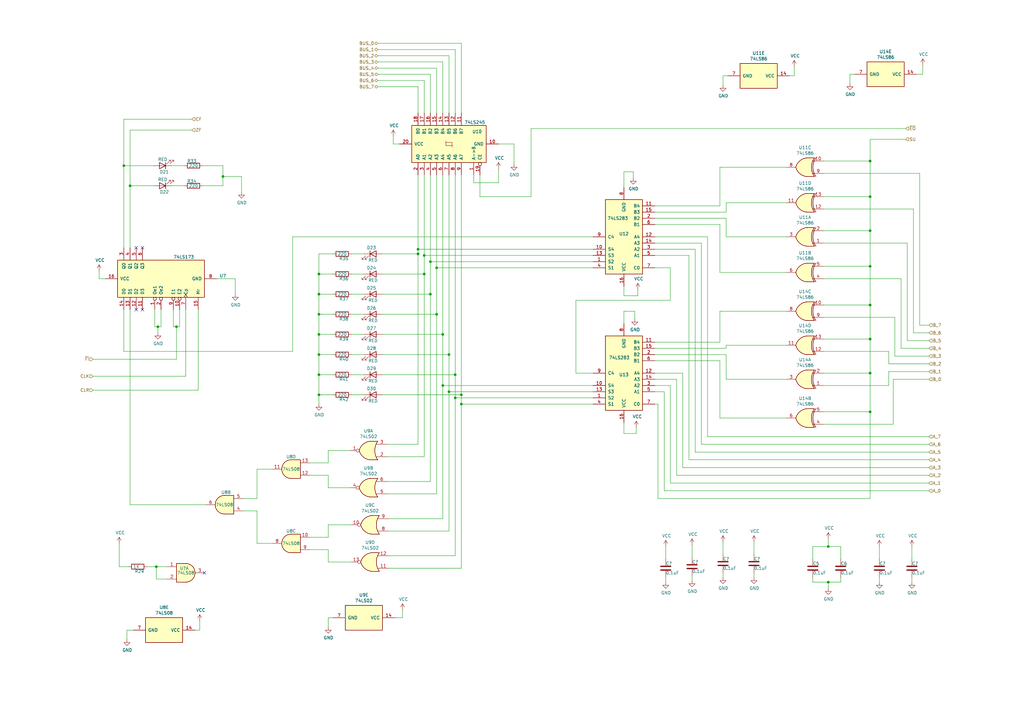
<source format=kicad_sch>
(kicad_sch (version 20230121) (generator eeschema)
  (paper "A3")
  (lib_symbols
    (symbol "74xx:74LS02" (pin_names (offset 1.016))
      (property "Reference" "U" (at 0 1.27 0))
      (property "Value" "74LS02" (at 0 -1.27 0))
      (symbol "74LS02_1_1"
        (pin output inverted (at 7.62 0 180) (length 3.81) (name "~") (number "1"))
        (pin input line (at -7.62 2.54 0) (length 4.318) (name "~") (number "2"))
        (pin input line (at -7.62 -2.54 0) (length 4.318) (name "~") (number "3"))
      )
      (symbol "74LS02_1_2"
        (pin output line (at 7.62 0 180) (length 3.81) (name "~") (number "1"))
        (pin input inverted (at -7.62 2.54 0) (length 3.81) (name "~") (number "2"))
        (pin input inverted (at -7.62 -2.54 0) (length 3.81) (name "~") (number "3"))
      )
      (symbol "74LS02_2_1"
        (pin output inverted (at 7.62 0 180) (length 3.81) (name "~") (number "4"))
        (pin input line (at -7.62 2.54 0) (length 4.318) (name "~") (number "5"))
        (pin input line (at -7.62 -2.54 0) (length 4.318) (name "~") (number "6"))
      )
      (symbol "74LS02_2_2"
        (pin output line (at 7.62 0 180) (length 3.81) (name "~") (number "4"))
        (pin input inverted (at -7.62 2.54 0) (length 3.81) (name "~") (number "5"))
        (pin input inverted (at -7.62 -2.54 0) (length 3.81) (name "~") (number "6"))
      )
      (symbol "74LS02_3_1"
        (pin output inverted (at 7.62 0 180) (length 3.81) (name "~") (number "10"))
        (pin input line (at -7.62 2.54 0) (length 4.318) (name "~") (number "8"))
        (pin input line (at -7.62 -2.54 0) (length 4.318) (name "~") (number "9"))
      )
      (symbol "74LS02_3_2"
        (pin output line (at 7.62 0 180) (length 3.81) (name "~") (number "10"))
        (pin input inverted (at -7.62 2.54 0) (length 3.81) (name "~") (number "8"))
        (pin input inverted (at -7.62 -2.54 0) (length 3.81) (name "~") (number "9"))
      )
      (symbol "74LS02_4_1"
        (pin input line (at -7.62 2.54 0) (length 4.318) (name "~") (number "11"))
        (pin input line (at -7.62 -2.54 0) (length 4.318) (name "~") (number "12"))
        (pin output inverted (at 7.62 0 180) (length 3.81) (name "~") (number "13"))
      )
      (symbol "74LS02_4_2"
        (pin input inverted (at -7.62 2.54 0) (length 3.81) (name "~") (number "11"))
        (pin input inverted (at -7.62 -2.54 0) (length 3.81) (name "~") (number "12"))
        (pin output line (at 7.62 0 180) (length 3.81) (name "~") (number "13"))
      )
      (symbol "74LS02_5_0"
        (pin power_in line (at 0 12.7 270) (length 5.08) (name "VCC") (number "14"))
        (pin power_in line (at 0 -12.7 90) (length 5.08) (name "GND") (number "7"))
      )
    )
    (symbol "74xx:74LS08" (pin_names (offset 1.016))
      (property "Reference" "U" (at 0 1.27 0))
      (property "Value" "74LS08" (at 0 -1.27 0))
      (symbol "74LS08_1_1"
        (pin input line (at -7.62 2.54 0) (length 3.81) (name "~") (number "1"))
        (pin input line (at -7.62 -2.54 0) (length 3.81) (name "~") (number "2"))
        (pin output line (at 7.62 0 180) (length 3.81) (name "~") (number "3"))
      )
      (symbol "74LS08_1_2"
        (pin input inverted (at -7.62 2.54 0) (length 4.318) (name "~") (number "1"))
        (pin input inverted (at -7.62 -2.54 0) (length 4.318) (name "~") (number "2"))
        (pin output inverted (at 7.62 0 180) (length 3.81) (name "~") (number "3"))
      )
      (symbol "74LS08_2_1"
        (pin input line (at -7.62 2.54 0) (length 3.81) (name "~") (number "4"))
        (pin input line (at -7.62 -2.54 0) (length 3.81) (name "~") (number "5"))
        (pin output line (at 7.62 0 180) (length 3.81) (name "~") (number "6"))
      )
      (symbol "74LS08_2_2"
        (pin input inverted (at -7.62 2.54 0) (length 4.318) (name "~") (number "4"))
        (pin input inverted (at -7.62 -2.54 0) (length 4.318) (name "~") (number "5"))
        (pin output inverted (at 7.62 0 180) (length 3.81) (name "~") (number "6"))
      )
      (symbol "74LS08_3_1"
        (pin input line (at -7.62 -2.54 0) (length 3.81) (name "~") (number "10"))
        (pin output line (at 7.62 0 180) (length 3.81) (name "~") (number "8"))
        (pin input line (at -7.62 2.54 0) (length 3.81) (name "~") (number "9"))
      )
      (symbol "74LS08_3_2"
        (pin input inverted (at -7.62 -2.54 0) (length 4.318) (name "~") (number "10"))
        (pin output inverted (at 7.62 0 180) (length 3.81) (name "~") (number "8"))
        (pin input inverted (at -7.62 2.54 0) (length 4.318) (name "~") (number "9"))
      )
      (symbol "74LS08_4_1"
        (pin output line (at 7.62 0 180) (length 3.81) (name "~") (number "11"))
        (pin input line (at -7.62 2.54 0) (length 3.81) (name "~") (number "12"))
        (pin input line (at -7.62 -2.54 0) (length 3.81) (name "~") (number "13"))
      )
      (symbol "74LS08_4_2"
        (pin output inverted (at 7.62 0 180) (length 3.81) (name "~") (number "11"))
        (pin input inverted (at -7.62 2.54 0) (length 4.318) (name "~") (number "12"))
        (pin input inverted (at -7.62 -2.54 0) (length 4.318) (name "~") (number "13"))
      )
      (symbol "74LS08_5_0"
        (pin power_in line (at 0 12.7 270) (length 5.08) (name "VCC") (number "14"))
        (pin power_in line (at 0 -12.7 90) (length 5.08) (name "GND") (number "7"))
      )
    )
    (symbol "74xx:74LS173" (pin_names (offset 1.016))
      (property "Reference" "U" (at -7.62 19.05 0))
      (property "Value" "74LS173" (at -7.62 -19.05 0))
      (symbol "74LS173_1_0"
        (pin input inverted (at -12.7 2.54 0) (length 5.08) (name "Oe1") (number "1"))
        (pin input inverted (at -12.7 -7.62 0) (length 5.08) (name "E2") (number "10"))
        (pin input line (at -12.7 7.62 0) (length 5.08) (name "D3") (number "11"))
        (pin input line (at -12.7 10.16 0) (length 5.08) (name "D2") (number "12"))
        (pin input line (at -12.7 12.7 0) (length 5.08) (name "D1") (number "13"))
        (pin input line (at -12.7 15.24 0) (length 5.08) (name "D0") (number "14"))
        (pin input line (at -12.7 -15.24 0) (length 5.08) (name "Mr") (number "15"))
        (pin power_in line (at 0 22.86 270) (length 5.08) (name "VCC") (number "16"))
        (pin input inverted (at -12.7 0 0) (length 5.08) (name "Oe2") (number "2"))
        (pin tri_state line (at 12.7 15.24 180) (length 5.08) (name "Q0") (number "3"))
        (pin tri_state line (at 12.7 12.7 180) (length 5.08) (name "Q1") (number "4"))
        (pin tri_state line (at 12.7 10.16 180) (length 5.08) (name "Q2") (number "5"))
        (pin tri_state line (at 12.7 7.62 180) (length 5.08) (name "Q3") (number "6"))
        (pin input clock (at -12.7 -10.16 0) (length 5.08) (name "Cp") (number "7"))
        (pin power_in line (at 0 -22.86 90) (length 5.08) (name "GND") (number "8"))
        (pin input inverted (at -12.7 -5.08 0) (length 5.08) (name "E1") (number "9"))
      )
    )
    (symbol "74xx:74LS245" (pin_names (offset 1.016))
      (property "Reference" "U" (at -7.62 16.51 0))
      (property "Value" "74LS245" (at -7.62 -16.51 0))
      (symbol "74LS245_1_0"
        (pin input line (at -12.7 -10.16 0) (length 5.08) (name "A->B") (number "1"))
        (pin power_in line (at 0 -20.32 90) (length 5.08) (name "GND") (number "10"))
        (pin tri_state line (at 12.7 -5.08 180) (length 5.08) (name "B7") (number "11"))
        (pin tri_state line (at 12.7 -2.54 180) (length 5.08) (name "B6") (number "12"))
        (pin tri_state line (at 12.7 0 180) (length 5.08) (name "B5") (number "13"))
        (pin tri_state line (at 12.7 2.54 180) (length 5.08) (name "B4") (number "14"))
        (pin tri_state line (at 12.7 5.08 180) (length 5.08) (name "B3") (number "15"))
        (pin tri_state line (at 12.7 7.62 180) (length 5.08) (name "B2") (number "16"))
        (pin tri_state line (at 12.7 10.16 180) (length 5.08) (name "B1") (number "17"))
        (pin tri_state line (at 12.7 12.7 180) (length 5.08) (name "B0") (number "18"))
        (pin input inverted (at -12.7 -12.7 0) (length 5.08) (name "CE") (number "19"))
        (pin tri_state line (at -12.7 12.7 0) (length 5.08) (name "A0") (number "2"))
        (pin power_in line (at 0 20.32 270) (length 5.08) (name "VCC") (number "20"))
        (pin tri_state line (at -12.7 10.16 0) (length 5.08) (name "A1") (number "3"))
        (pin tri_state line (at -12.7 7.62 0) (length 5.08) (name "A2") (number "4"))
        (pin tri_state line (at -12.7 5.08 0) (length 5.08) (name "A3") (number "5"))
        (pin tri_state line (at -12.7 2.54 0) (length 5.08) (name "A4") (number "6"))
        (pin tri_state line (at -12.7 0 0) (length 5.08) (name "A5") (number "7"))
        (pin tri_state line (at -12.7 -2.54 0) (length 5.08) (name "A6") (number "8"))
        (pin tri_state line (at -12.7 -5.08 0) (length 5.08) (name "A7") (number "9"))
      )
    )
    (symbol "74xx:74LS283" (pin_names (offset 1.016))
      (property "Reference" "U" (at -7.62 16.51 0))
      (property "Value" "74LS283" (at -7.62 -16.51 0))
      (symbol "74LS283_1_0"
        (pin output line (at 12.7 10.16 180) (length 5.08) (name "S2") (number "1"))
        (pin output line (at 12.7 5.08 180) (length 5.08) (name "S4") (number "10"))
        (pin input line (at -12.7 -12.7 0) (length 5.08) (name "B4") (number "11"))
        (pin input line (at -12.7 0 0) (length 5.08) (name "A4") (number "12"))
        (pin output line (at 12.7 7.62 180) (length 5.08) (name "S3") (number "13"))
        (pin input line (at -12.7 2.54 0) (length 5.08) (name "A3") (number "14"))
        (pin input line (at -12.7 -10.16 0) (length 5.08) (name "B3") (number "15"))
        (pin power_in line (at 0 20.32 270) (length 5.08) (name "VCC") (number "16"))
        (pin input line (at -12.7 -7.62 0) (length 5.08) (name "B2") (number "2"))
        (pin input line (at -12.7 5.08 0) (length 5.08) (name "A2") (number "3"))
        (pin output line (at 12.7 12.7 180) (length 5.08) (name "S1") (number "4"))
        (pin input line (at -12.7 7.62 0) (length 5.08) (name "A1") (number "5"))
        (pin input line (at -12.7 -5.08 0) (length 5.08) (name "B1") (number "6"))
        (pin input line (at -12.7 12.7 0) (length 5.08) (name "C0") (number "7"))
        (pin power_in line (at 0 -20.32 90) (length 5.08) (name "GND") (number "8"))
        (pin output line (at 12.7 0 180) (length 5.08) (name "C4") (number "9"))
      )
    )
    (symbol "74xx:74LS86" (pin_names (offset 1.016))
      (property "Reference" "U" (at 0 1.27 0))
      (property "Value" "74LS86" (at 0 -1.27 0))
      (symbol "74LS86_1_0"
        (pin input line (at -7.62 2.54 0) (length 4.445) (name "~") (number "1"))
        (pin input line (at -7.62 -2.54 0) (length 4.445) (name "~") (number "2"))
        (pin output line (at 7.62 0 180) (length 3.81) (name "~") (number "3"))
      )
      (symbol "74LS86_2_0"
        (pin input line (at -7.62 2.54 0) (length 4.445) (name "~") (number "4"))
        (pin input line (at -7.62 -2.54 0) (length 4.445) (name "~") (number "5"))
        (pin output line (at 7.62 0 180) (length 3.81) (name "~") (number "6"))
      )
      (symbol "74LS86_3_0"
        (pin input line (at -7.62 -2.54 0) (length 4.445) (name "~") (number "10"))
        (pin output line (at 7.62 0 180) (length 3.81) (name "~") (number "8"))
        (pin input line (at -7.62 2.54 0) (length 4.445) (name "~") (number "9"))
      )
      (symbol "74LS86_4_0"
        (pin output line (at 7.62 0 180) (length 3.81) (name "~") (number "11"))
        (pin input line (at -7.62 2.54 0) (length 4.445) (name "~") (number "12"))
        (pin input line (at -7.62 -2.54 0) (length 4.445) (name "~") (number "13"))
      )
      (symbol "74LS86_5_0"
        (pin power_in line (at 0 12.7 270) (length 5.08) (name "VCC") (number "14"))
        (pin power_in line (at 0 -12.7 90) (length 5.08) (name "GND") (number "7"))
      )
    )
    (symbol "Device:C" (pin_numbers hide) (pin_names (offset 0.254))
      (property "Reference" "C" (at 0.635 2.54 0))
      (property "Value" "C" (at 0.635 -2.54 0))
      (symbol "C_1_1"
        (pin passive line (at 0 3.81 270) (length 2.794) (name "~") (number "1"))
        (pin passive line (at 0 -3.81 90) (length 2.794) (name "~") (number "2"))
      )
    )
    (symbol "Device:LED" (pin_numbers hide) (pin_names (offset 1.016) hide)
      (property "Reference" "D" (at 0 2.54 0))
      (property "Value" "LED" (at 0 -2.54 0))
      (symbol "LED_1_1"
        (pin passive line (at -3.81 0 0) (length 2.54) (name "K") (number "1"))
        (pin passive line (at 3.81 0 180) (length 2.54) (name "A") (number "2"))
      )
    )
    (symbol "Device:R" (pin_numbers hide) (pin_names (offset 0))
      (property "Reference" "R" (at 2.032 0 90))
      (property "Value" "R" (at 0 0 90))
      (symbol "R_1_1"
        (pin passive line (at 0 3.81 270) (length 1.27) (name "~") (number "1"))
        (pin passive line (at 0 -3.81 90) (length 1.27) (name "~") (number "2"))
      )
    )
    (symbol "power:GND" (power) (pin_names (offset 0))
      (property "Value" "GND" (at 0 -3.81 0))
      (symbol "GND_1_1"
        (pin power_in line (at 0 0 270) (length 0) hide (name "GND") (number "1"))
      )
    )
    (symbol "power:VCC" (power) (pin_names (offset 0))
      (property "Value" "VCC" (at 0 3.81 0))
      (symbol "VCC_1_1"
        (pin power_in line (at 0 0 90) (length 0) hide (name "VCC") (number "1"))
      )
    )
  )
  (junction (at 356.87 168.91))
  (junction (at 130.81 112.395))
  (junction (at 356.87 139.065))
  (junction (at 356.87 125.095))
  (junction (at 189.23 165.735))
  (junction (at 64.135 232.41))
  (junction (at 130.81 145.415))
  (junction (at 176.53 107.315))
  (junction (at 179.07 128.905))
  (junction (at 53.34 76.2))
  (junction (at 171.45 104.14))
  (junction (at 130.81 153.67))
  (junction (at 356.87 94.615))
  (junction (at 186.69 153.67))
  (junction (at 356.87 66.04))
  (junction (at 181.61 158.115))
  (junction (at 339.725 238.76))
  (junction (at 179.07 109.855))
  (junction (at 184.15 145.415))
  (junction (at 356.87 80.645))
  (junction (at 64.77 133.985))
  (junction (at 186.69 163.195))
  (junction (at 189.23 161.925))
  (junction (at 181.61 137.16))
  (junction (at 130.81 137.16))
  (junction (at 171.45 102.235))
  (junction (at 184.15 160.655))
  (junction (at 130.81 161.925))
  (junction (at 356.87 109.22))
  (junction (at 130.81 128.905))
  (junction (at 173.99 112.395))
  (junction (at 173.99 104.775))
  (junction (at 72.39 133.985))
  (junction (at 176.53 120.65))
  (junction (at 339.725 224.155))
  (junction (at 130.81 120.65))
  (junction (at 50.8 67.945))
  (junction (at 356.87 153.035))
  (junction (at 91.44 72.39))
  (no_connect (at 58.42 127))
  (no_connect (at 58.42 101.6))
  (no_connect (at 55.88 101.6))
  (no_connect (at 83.82 234.95))
  (no_connect (at 55.88 127))
  (wire (pts (xy 53.34 101.6) (xy 53.34 76.2)))
  (wire (pts (xy 171.45 102.235) (xy 171.45 104.14)))
  (wire (pts (xy 64.135 237.49) (xy 64.135 232.41)))
  (wire (pts (xy 50.8 67.945) (xy 50.8 48.895)))
  (wire (pts (xy 127 194.945) (xy 134.62 194.945)))
  (wire (pts (xy 179.07 128.905) (xy 179.07 202.565)))
  (wire (pts (xy 285.115 102.235) (xy 285.115 185.42)))
  (wire (pts (xy 333.375 229.235) (xy 333.375 224.155)))
  (wire (pts (xy 297.815 145.415) (xy 297.815 155.575)))
  (wire (pts (xy 40.64 114.3) (xy 40.64 111.125)))
  (wire (pts (xy 337.82 66.04) (xy 356.87 66.04)))
  (wire (pts (xy 295.275 92.075) (xy 295.275 111.76)))
  (wire (pts (xy 149.225 161.925) (xy 144.145 161.925)))
  (wire (pts (xy 296.545 234.95) (xy 296.545 236.855)))
  (wire (pts (xy 154.94 25.4) (xy 181.61 25.4)))
  (wire (pts (xy 181.61 158.115) (xy 181.61 212.725)))
  (wire (pts (xy 165.1 253.365) (xy 161.925 253.365)))
  (wire (pts (xy 350.52 30.48) (xy 348.615 30.48)))
  (wire (pts (xy 120.015 144.145) (xy 50.8 144.145)))
  (wire (pts (xy 136.525 120.65) (xy 130.81 120.65)))
  (wire (pts (xy 171.45 35.56) (xy 171.45 46.355)))
  (wire (pts (xy 158.75 202.565) (xy 179.07 202.565)))
  (wire (pts (xy 71.12 133.985) (xy 72.39 133.985)))
  (wire (pts (xy 38.1 160.02) (xy 81.28 160.02)))
  (wire (pts (xy 136.525 137.16) (xy 130.81 137.16)))
  (wire (pts (xy 72.39 133.985) (xy 72.39 147.32)))
  (wire (pts (xy 333.375 236.855) (xy 333.375 238.76)))
  (wire (pts (xy 154.94 22.86) (xy 184.15 22.86)))
  (wire (pts (xy 280.035 191.77) (xy 381 191.77)))
  (wire (pts (xy 290.195 97.155) (xy 290.195 179.07)))
  (wire (pts (xy 81.28 160.02) (xy 81.28 127)))
  (wire (pts (xy 53.34 207.01) (xy 53.34 127)))
  (wire (pts (xy 277.495 155.575) (xy 268.605 155.575)))
  (wire (pts (xy 356.87 66.04) (xy 356.87 57.15)))
  (wire (pts (xy 154.94 17.78) (xy 189.23 17.78)))
  (wire (pts (xy 136.525 112.395) (xy 130.81 112.395)))
  (wire (pts (xy 337.82 85.725) (xy 374.65 85.725)))
  (wire (pts (xy 377.19 133.35) (xy 381 133.35)))
  (wire (pts (xy 260.985 177.8) (xy 260.985 175.26)))
  (wire (pts (xy 130.81 161.925) (xy 130.81 165.735)))
  (wire (pts (xy 53.34 76.2) (xy 53.34 53.34)))
  (wire (pts (xy 337.82 94.615) (xy 356.87 94.615)))
  (wire (pts (xy 309.245 227.33) (xy 309.245 222.25)))
  (wire (pts (xy 297.815 86.995) (xy 297.815 83.185)))
  (wire (pts (xy 91.44 72.39) (xy 99.06 72.39)))
  (wire (pts (xy 154.94 30.48) (xy 176.53 30.48)))
  (wire (pts (xy 176.53 107.315) (xy 176.53 120.65)))
  (wire (pts (xy 268.605 147.955) (xy 295.275 147.955)))
  (wire (pts (xy 287.655 99.695) (xy 268.605 99.695)))
  (wire (pts (xy 377.19 71.12) (xy 377.19 133.35)))
  (wire (pts (xy 364.49 144.145) (xy 364.49 149.225)))
  (wire (pts (xy 255.905 76.835) (xy 255.905 70.485)))
  (wire (pts (xy 364.49 149.225) (xy 381 149.225)))
  (wire (pts (xy 273.05 236.855) (xy 273.05 238.76)))
  (wire (pts (xy 76.2 154.305) (xy 38.1 154.305)))
  (wire (pts (xy 268.605 140.335) (xy 295.275 140.335)))
  (wire (pts (xy 127 225.425) (xy 134.62 225.425)))
  (wire (pts (xy 189.23 165.735) (xy 243.205 165.735)))
  (wire (pts (xy 173.99 104.775) (xy 173.99 112.395)))
  (wire (pts (xy 156.845 128.905) (xy 179.07 128.905)))
  (wire (pts (xy 333.375 238.76) (xy 339.725 238.76)))
  (wire (pts (xy 189.23 17.78) (xy 189.23 46.355)))
  (wire (pts (xy 274.955 123.19) (xy 236.22 123.19)))
  (wire (pts (xy 66.04 133.985) (xy 66.04 127)))
  (wire (pts (xy 52.07 258.445) (xy 52.07 262.255)))
  (wire (pts (xy 374.65 85.725) (xy 374.65 136.525)))
  (wire (pts (xy 297.815 97.155) (xy 322.58 97.155)))
  (wire (pts (xy 64.77 133.985) (xy 64.77 136.525)))
  (wire (pts (xy 364.49 158.115) (xy 364.49 152.4)))
  (wire (pts (xy 236.22 153.035) (xy 243.205 153.035)))
  (wire (pts (xy 194.31 74.93) (xy 204.47 74.93)))
  (wire (pts (xy 158.75 182.245) (xy 171.45 182.245)))
  (wire (pts (xy 356.87 80.645) (xy 356.87 94.615)))
  (wire (pts (xy 337.82 144.145) (xy 364.49 144.145)))
  (wire (pts (xy 356.87 125.095) (xy 356.87 139.065)))
  (wire (pts (xy 181.61 137.16) (xy 181.61 158.115)))
  (wire (pts (xy 179.07 71.755) (xy 179.07 109.855)))
  (wire (pts (xy 72.39 133.985) (xy 73.66 133.985)))
  (wire (pts (xy 186.69 227.965) (xy 159.385 227.965)))
  (wire (pts (xy 337.82 80.645) (xy 356.87 80.645)))
  (wire (pts (xy 261.62 121.285) (xy 261.62 118.745)))
  (wire (pts (xy 50.8 48.895) (xy 78.74 48.895)))
  (wire (pts (xy 96.52 114.3) (xy 96.52 120.65)))
  (wire (pts (xy 189.23 161.925) (xy 189.23 165.735)))
  (wire (pts (xy 68.58 232.41) (xy 64.135 232.41)))
  (wire (pts (xy 369.57 142.875) (xy 381 142.875)))
  (wire (pts (xy 255.905 117.475) (xy 255.905 121.285)))
  (wire (pts (xy 378.46 30.48) (xy 375.92 30.48)))
  (wire (pts (xy 189.23 165.735) (xy 189.23 233.045)))
  (wire (pts (xy 156.845 145.415) (xy 184.15 145.415)))
  (wire (pts (xy 176.53 30.48) (xy 176.53 46.355)))
  (wire (pts (xy 161.29 59.055) (xy 161.29 55.88)))
  (wire (pts (xy 381 188.595) (xy 282.575 188.595)))
  (wire (pts (xy 295.275 68.58) (xy 322.58 68.58)))
  (wire (pts (xy 154.94 27.94) (xy 179.07 27.94)))
  (wire (pts (xy 272.415 160.655) (xy 268.605 160.655)))
  (wire (pts (xy 374.65 136.525) (xy 381 136.525)))
  (wire (pts (xy 81.915 254.635) (xy 81.915 258.445)))
  (wire (pts (xy 50.8 101.6) (xy 50.8 67.945)))
  (wire (pts (xy 149.225 145.415) (xy 144.145 145.415)))
  (wire (pts (xy 259.715 70.485) (xy 259.715 73.025)))
  (wire (pts (xy 268.605 97.155) (xy 290.195 97.155)))
  (wire (pts (xy 120.015 97.155) (xy 120.015 144.145)))
  (wire (pts (xy 171.45 71.755) (xy 171.45 102.235)))
  (wire (pts (xy 71.12 127) (xy 71.12 133.985)))
  (wire (pts (xy 366.395 155.575) (xy 381 155.575)))
  (wire (pts (xy 268.605 145.415) (xy 297.815 145.415)))
  (wire (pts (xy 337.82 130.175) (xy 367.03 130.175)))
  (wire (pts (xy 296.545 227.33) (xy 296.545 222.25)))
  (wire (pts (xy 243.205 158.115) (xy 181.61 158.115)))
  (wire (pts (xy 186.69 163.195) (xy 186.69 227.965)))
  (wire (pts (xy 295.275 127.635) (xy 322.58 127.635)))
  (wire (pts (xy 268.605 92.075) (xy 295.275 92.075)))
  (wire (pts (xy 54.61 258.445) (xy 52.07 258.445)))
  (wire (pts (xy 171.45 104.14) (xy 171.45 182.245)))
  (wire (pts (xy 295.275 111.76) (xy 322.58 111.76)))
  (wire (pts (xy 356.87 168.91) (xy 337.82 168.91)))
  (wire (pts (xy 181.61 212.725) (xy 159.385 212.725)))
  (wire (pts (xy 127 220.345) (xy 134.62 220.345)))
  (wire (pts (xy 64.77 133.985) (xy 66.04 133.985)))
  (wire (pts (xy 268.605 86.995) (xy 297.815 86.995)))
  (wire (pts (xy 163.83 59.055) (xy 161.29 59.055)))
  (wire (pts (xy 325.755 27.305) (xy 325.755 31.115)))
  (wire (pts (xy 356.87 109.22) (xy 356.87 125.095)))
  (wire (pts (xy 81.915 258.445) (xy 80.01 258.445)))
  (wire (pts (xy 255.905 121.285) (xy 261.62 121.285)))
  (wire (pts (xy 204.47 59.055) (xy 210.82 59.055)))
  (wire (pts (xy 356.87 153.035) (xy 356.87 168.91)))
  (wire (pts (xy 337.82 173.99) (xy 366.395 173.99)))
  (wire (pts (xy 134.62 215.265) (xy 144.145 215.265)))
  (wire (pts (xy 255.905 70.485) (xy 259.715 70.485)))
  (wire (pts (xy 269.875 165.735) (xy 268.605 165.735)))
  (wire (pts (xy 173.99 33.02) (xy 173.99 46.355)))
  (wire (pts (xy 272.415 201.295) (xy 272.415 160.655)))
  (wire (pts (xy 99.695 209.55) (xy 105.41 209.55)))
  (wire (pts (xy 43.18 114.3) (xy 40.64 114.3)))
  (wire (pts (xy 70.485 67.945) (xy 75.565 67.945)))
  (wire (pts (xy 381 201.295) (xy 272.415 201.295)))
  (wire (pts (xy 339.725 220.98) (xy 339.725 224.155)))
  (wire (pts (xy 134.62 194.945) (xy 134.62 200.025)))
  (wire (pts (xy 173.99 112.395) (xy 173.99 187.325)))
  (wire (pts (xy 156.845 112.395) (xy 173.99 112.395)))
  (wire (pts (xy 268.605 109.855) (xy 274.955 109.855)))
  (wire (pts (xy 134.62 220.345) (xy 134.62 215.265)))
  (wire (pts (xy 149.225 153.67) (xy 144.145 153.67)))
  (wire (pts (xy 344.805 238.76) (xy 344.805 236.855)))
  (wire (pts (xy 243.205 107.315) (xy 176.53 107.315)))
  (wire (pts (xy 53.34 53.34) (xy 78.74 53.34)))
  (wire (pts (xy 210.82 59.055) (xy 210.82 67.31)))
  (wire (pts (xy 136.525 128.905) (xy 130.81 128.905)))
  (wire (pts (xy 374.015 236.855) (xy 374.015 238.76)))
  (wire (pts (xy 243.205 160.655) (xy 184.15 160.655)))
  (wire (pts (xy 88.9 114.3) (xy 96.52 114.3)))
  (wire (pts (xy 130.81 153.67) (xy 130.81 145.415)))
  (wire (pts (xy 348.615 30.48) (xy 348.615 34.29)))
  (wire (pts (xy 374.015 229.235) (xy 374.015 224.155)))
  (wire (pts (xy 372.11 99.695) (xy 372.11 139.7)))
  (wire (pts (xy 344.805 224.155) (xy 339.725 224.155)))
  (wire (pts (xy 154.94 35.56) (xy 171.45 35.56)))
  (wire (pts (xy 184.15 22.86) (xy 184.15 46.355)))
  (wire (pts (xy 134.62 230.505) (xy 144.145 230.505)))
  (wire (pts (xy 134.62 189.865) (xy 134.62 184.785)))
  (wire (pts (xy 181.61 25.4) (xy 181.61 46.355)))
  (wire (pts (xy 268.605 142.875) (xy 297.815 142.875)))
  (wire (pts (xy 337.82 125.095) (xy 356.87 125.095)))
  (wire (pts (xy 360.68 236.855) (xy 360.68 238.76)))
  (wire (pts (xy 367.03 146.05) (xy 381 146.05)))
  (wire (pts (xy 360.68 229.235) (xy 360.68 224.155)))
  (wire (pts (xy 295.275 140.335) (xy 295.275 127.635)))
  (wire (pts (xy 287.655 182.245) (xy 287.655 99.695)))
  (wire (pts (xy 179.07 27.94) (xy 179.07 46.355)))
  (wire (pts (xy 136.525 153.67) (xy 130.81 153.67)))
  (wire (pts (xy 64.135 232.41) (xy 60.325 232.41)))
  (wire (pts (xy 83.185 67.945) (xy 91.44 67.945)))
  (wire (pts (xy 156.845 120.65) (xy 176.53 120.65)))
  (wire (pts (xy 130.81 161.925) (xy 130.81 153.67)))
  (wire (pts (xy 356.87 139.065) (xy 356.87 153.035)))
  (wire (pts (xy 99.06 72.39) (xy 99.06 78.74)))
  (wire (pts (xy 268.605 84.455) (xy 295.275 84.455)))
  (wire (pts (xy 134.62 253.365) (xy 134.62 257.175)))
  (wire (pts (xy 243.205 109.855) (xy 179.07 109.855)))
  (wire (pts (xy 297.815 142.875) (xy 297.815 141.605)))
  (wire (pts (xy 283.845 236.22) (xy 283.845 238.125)))
  (wire (pts (xy 165.1 250.19) (xy 165.1 253.365)))
  (wire (pts (xy 156.845 153.67) (xy 186.69 153.67)))
  (wire (pts (xy 378.46 26.67) (xy 378.46 30.48)))
  (wire (pts (xy 236.22 123.19) (xy 236.22 153.035)))
  (wire (pts (xy 196.85 71.755) (xy 196.85 80.645)))
  (wire (pts (xy 50.8 144.145) (xy 50.8 127)))
  (wire (pts (xy 337.82 153.035) (xy 356.87 153.035)))
  (wire (pts (xy 364.49 152.4) (xy 381 152.4)))
  (wire (pts (xy 158.75 197.485) (xy 176.53 197.485)))
  (wire (pts (xy 295.275 171.45) (xy 322.58 171.45)))
  (wire (pts (xy 130.81 112.395) (xy 130.81 104.14)))
  (wire (pts (xy 184.15 160.655) (xy 184.15 145.415)))
  (wire (pts (xy 337.82 99.695) (xy 372.11 99.695)))
  (wire (pts (xy 255.905 177.8) (xy 260.985 177.8)))
  (wire (pts (xy 268.605 153.035) (xy 280.035 153.035)))
  (wire (pts (xy 127 189.865) (xy 134.62 189.865)))
  (wire (pts (xy 173.99 71.755) (xy 173.99 104.775)))
  (wire (pts (xy 337.82 71.12) (xy 377.19 71.12)))
  (wire (pts (xy 260.35 127.635) (xy 260.35 130.81)))
  (wire (pts (xy 344.805 229.235) (xy 344.805 224.155)))
  (wire (pts (xy 339.725 241.3) (xy 339.725 238.76)))
  (wire (pts (xy 134.62 184.785) (xy 143.51 184.785)))
  (wire (pts (xy 296.545 31.115) (xy 296.545 34.925)))
  (wire (pts (xy 53.34 76.2) (xy 62.865 76.2)))
  (wire (pts (xy 154.94 33.02) (xy 173.99 33.02)))
  (wire (pts (xy 217.805 52.705) (xy 371.475 52.705)))
  (wire (pts (xy 283.845 228.6) (xy 283.845 223.52)))
  (wire (pts (xy 70.485 76.2) (xy 75.565 76.2)))
  (wire (pts (xy 105.41 222.885) (xy 111.76 222.885)))
  (wire (pts (xy 149.225 120.65) (xy 144.145 120.65)))
  (wire (pts (xy 290.195 179.07) (xy 381 179.07)))
  (wire (pts (xy 76.2 127) (xy 76.2 154.305)))
  (wire (pts (xy 372.11 139.7) (xy 381 139.7)))
  (wire (pts (xy 269.875 204.47) (xy 269.875 165.735)))
  (wire (pts (xy 179.07 109.855) (xy 179.07 128.905)))
  (wire (pts (xy 309.245 234.95) (xy 309.245 236.855)))
  (wire (pts (xy 297.815 141.605) (xy 322.58 141.605)))
  (wire (pts (xy 134.62 225.425) (xy 134.62 230.505)))
  (wire (pts (xy 255.905 132.715) (xy 255.905 127.635)))
  (wire (pts (xy 356.87 57.15) (xy 371.475 57.15)))
  (wire (pts (xy 130.81 137.16) (xy 130.81 128.905)))
  (wire (pts (xy 280.035 153.035) (xy 280.035 191.77)))
  (wire (pts (xy 48.895 232.41) (xy 48.895 222.885)))
  (wire (pts (xy 369.57 114.3) (xy 369.57 142.875)))
  (wire (pts (xy 91.44 67.945) (xy 91.44 72.39)))
  (wire (pts (xy 99.695 204.47) (xy 105.41 204.47)))
  (wire (pts (xy 105.41 192.405) (xy 111.76 192.405)))
  (wire (pts (xy 268.605 158.115) (xy 274.955 158.115)))
  (wire (pts (xy 243.205 163.195) (xy 186.69 163.195)))
  (wire (pts (xy 149.225 137.16) (xy 144.145 137.16)))
  (wire (pts (xy 105.41 204.47) (xy 105.41 192.405)))
  (wire (pts (xy 196.85 80.645) (xy 217.805 80.645)))
  (wire (pts (xy 156.845 137.16) (xy 181.61 137.16)))
  (wire (pts (xy 149.225 128.905) (xy 144.145 128.905)))
  (wire (pts (xy 136.525 253.365) (xy 134.62 253.365)))
  (wire (pts (xy 84.455 207.01) (xy 53.34 207.01)))
  (wire (pts (xy 91.44 76.2) (xy 83.185 76.2)))
  (wire (pts (xy 285.115 185.42) (xy 381 185.42)))
  (wire (pts (xy 194.31 71.755) (xy 194.31 74.93)))
  (wire (pts (xy 105.41 209.55) (xy 105.41 222.885)))
  (wire (pts (xy 274.955 198.12) (xy 381 198.12)))
  (wire (pts (xy 186.69 153.67) (xy 186.69 163.195)))
  (wire (pts (xy 243.205 102.235) (xy 171.45 102.235)))
  (wire (pts (xy 325.755 31.115) (xy 323.85 31.115)))
  (wire (pts (xy 136.525 145.415) (xy 130.81 145.415)))
  (wire (pts (xy 356.87 168.91) (xy 356.87 204.47)))
  (wire (pts (xy 52.705 232.41) (xy 48.895 232.41)))
  (wire (pts (xy 274.955 158.115) (xy 274.955 198.12)))
  (wire (pts (xy 181.61 71.755) (xy 181.61 137.16)))
  (wire (pts (xy 268.605 102.235) (xy 285.115 102.235)))
  (wire (pts (xy 189.23 71.755) (xy 189.23 161.925)))
  (wire (pts (xy 337.82 109.22) (xy 356.87 109.22)))
  (wire (pts (xy 149.225 104.14) (xy 144.145 104.14)))
  (wire (pts (xy 282.575 104.775) (xy 268.605 104.775)))
  (wire (pts (xy 255.905 127.635) (xy 260.35 127.635)))
  (wire (pts (xy 130.81 120.65) (xy 130.81 112.395)))
  (wire (pts (xy 381 194.945) (xy 277.495 194.945)))
  (wire (pts (xy 356.87 94.615) (xy 356.87 109.22)))
  (wire (pts (xy 339.725 238.76) (xy 344.805 238.76)))
  (wire (pts (xy 337.82 158.115) (xy 364.49 158.115)))
  (wire (pts (xy 63.5 133.985) (xy 64.77 133.985)))
  (wire (pts (xy 255.905 173.355) (xy 255.905 177.8)))
  (wire (pts (xy 367.03 130.175) (xy 367.03 146.05)))
  (wire (pts (xy 130.81 104.14) (xy 136.525 104.14)))
  (wire (pts (xy 243.205 104.775) (xy 173.99 104.775)))
  (wire (pts (xy 366.395 173.99) (xy 366.395 155.575)))
  (wire (pts (xy 298.45 31.115) (xy 296.545 31.115)))
  (wire (pts (xy 186.69 20.32) (xy 186.69 46.355)))
  (wire (pts (xy 91.44 72.39) (xy 91.44 76.2)))
  (wire (pts (xy 268.605 89.535) (xy 297.815 89.535)))
  (wire (pts (xy 154.94 20.32) (xy 186.69 20.32)))
  (wire (pts (xy 184.15 145.415) (xy 184.15 71.755)))
  (wire (pts (xy 50.8 67.945) (xy 62.865 67.945)))
  (wire (pts (xy 73.66 133.985) (xy 73.66 127)))
  (wire (pts (xy 176.53 120.65) (xy 176.53 197.485)))
  (wire (pts (xy 274.955 109.855) (xy 274.955 123.19)))
  (wire (pts (xy 158.75 187.325) (xy 173.99 187.325)))
  (wire (pts (xy 186.69 71.755) (xy 186.69 153.67)))
  (wire (pts (xy 243.205 97.155) (xy 120.015 97.155)))
  (wire (pts (xy 134.62 200.025) (xy 143.51 200.025)))
  (wire (pts (xy 159.385 217.805) (xy 184.15 217.805)))
  (wire (pts (xy 297.815 83.185) (xy 322.58 83.185)))
  (wire (pts (xy 130.81 145.415) (xy 130.81 137.16)))
  (wire (pts (xy 337.82 114.3) (xy 369.57 114.3)))
  (wire (pts (xy 269.875 204.47) (xy 356.87 204.47)))
  (wire (pts (xy 130.81 128.905) (xy 130.81 120.65)))
  (wire (pts (xy 72.39 147.32) (xy 38.1 147.32)))
  (wire (pts (xy 273.05 229.235) (xy 273.05 224.155)))
  (wire (pts (xy 356.87 66.04) (xy 356.87 80.645)))
  (wire (pts (xy 156.845 104.14) (xy 171.45 104.14)))
  (wire (pts (xy 184.15 217.805) (xy 184.15 160.655)))
  (wire (pts (xy 297.815 155.575) (xy 322.58 155.575)))
  (wire (pts (xy 159.385 233.045) (xy 189.23 233.045)))
  (wire (pts (xy 149.225 112.395) (xy 144.145 112.395)))
  (wire (pts (xy 333.375 224.155) (xy 339.725 224.155)))
  (wire (pts (xy 68.58 237.49) (xy 64.135 237.49)))
  (wire (pts (xy 204.47 69.215) (xy 204.47 74.93)))
  (wire (pts (xy 337.82 139.065) (xy 356.87 139.065)))
  (wire (pts (xy 176.53 71.755) (xy 176.53 107.315)))
  (wire (pts (xy 297.815 89.535) (xy 297.815 97.155)))
  (wire (pts (xy 381 182.245) (xy 287.655 182.245)))
  (wire (pts (xy 63.5 127) (xy 63.5 133.985)))
  (wire (pts (xy 217.805 80.645) (xy 217.805 52.705)))
  (wire (pts (xy 295.275 147.955) (xy 295.275 171.45)))
  (wire (pts (xy 136.525 161.925) (xy 130.81 161.925)))
  (wire (pts (xy 277.495 194.945) (xy 277.495 155.575)))
  (wire (pts (xy 295.275 84.455) (xy 295.275 68.58)))
  (wire (pts (xy 282.575 188.595) (xy 282.575 104.775)))
  (wire (pts (xy 156.845 161.925) (xy 189.23 161.925)))
  (hierarchical_label "ZF" (shape input) (at 78.74 53.34 0))
  (hierarchical_label "B_5" (shape input) (at 381 139.7 0))
  (hierarchical_label "B_2" (shape input) (at 381 149.225 0))
  (hierarchical_label "CF" (shape input) (at 78.74 48.895 0))
  (hierarchical_label "B_0" (shape input) (at 381 155.575 0))
  (hierarchical_label "B_6" (shape input) (at 381 136.525 0))
  (hierarchical_label "A_0" (shape input) (at 381 201.295 0))
  (hierarchical_label "BUS_6" (shape bidirectional) (at 154.94 33.02 180))
  (hierarchical_label "A_7" (shape input) (at 381 179.07 0))
  (hierarchical_label "B_1" (shape input) (at 381 152.4 0))
  (hierarchical_label "BUS_0" (shape bidirectional) (at 154.94 17.78 180))
  (hierarchical_label "A_4" (shape input) (at 381 188.595 0))
  (hierarchical_label "B_3" (shape input) (at 381 146.05 0))
  (hierarchical_label "A_3" (shape input) (at 381 191.77 0))
  (hierarchical_label "CLK" (shape input) (at 38.1 154.305 180))
  (hierarchical_label "BUS_7" (shape bidirectional) (at 154.94 35.56 180))
  (hierarchical_label "B_4" (shape input) (at 381 142.875 0))
  (hierarchical_label "SU" (shape input) (at 371.475 57.15 0))
  (hierarchical_label "BUS_1" (shape bidirectional) (at 154.94 20.32 180))
  (hierarchical_label "BUS_3" (shape bidirectional) (at 154.94 25.4 180))
  (hierarchical_label "BUS_2" (shape bidirectional) (at 154.94 22.86 180))
  (hierarchical_label "~{EO}" (shape input) (at 371.475 52.705 0))
  (hierarchical_label "A_6" (shape input) (at 381 182.245 0))
  (hierarchical_label "BUS_5" (shape bidirectional) (at 154.94 30.48 180))
  (hierarchical_label "A_5" (shape input) (at 381 185.42 0))
  (hierarchical_label "BUS_4" (shape bidirectional) (at 154.94 27.94 180))
  (hierarchical_label "CLR" (shape input) (at 38.1 160.02 180))
  (hierarchical_label "B_7" (shape input) (at 381 133.35 0))
  (hierarchical_label "A_1" (shape input) (at 381 198.12 0))
  (hierarchical_label "A_2" (shape input) (at 381 194.945 0))
  (hierarchical_label "~{FI}" (shape input) (at 38.1 147.32 180))
  (symbol (lib_id "Device:C") (at 273.05 233.045 0) (unit 1)
    (property "Reference" "C?" (at 273.05 231.14 0) (effects (justify left)))
    (property "Value" "0.1uF" (at 273.05 234.95 0) (effects (justify left)))
    (property "Footprint" "Capacitor_THT:C_Disc_D4.3mm_W1.9mm_P5.00mm" (effects hide))
    (instances (project "8 Bit Computer" (path "" (reference "C?") (unit 1)) (path "" (reference "C?") (unit 1)) (path "" (reference "C23") (unit 1))))
  )
  (symbol (lib_id "power:VCC") (at 273.05 224.155 0) (unit 1)
    (property "Reference" "#PWR?" (effects hide))
    (property "Value" "VCC" (at 273.431 219.7608 0))
    (instances (project "8 Bit Computer" (path "" (reference "#PWR?") (unit 1)) (path "" (reference "#PWR?") (unit 1)) (path "" (reference "#PWR0218") (unit 1))))
  )
  (symbol (lib_id "power:GND") (at 273.05 238.76 0) (unit 1)
    (property "Reference" "#PWR?" (effects hide))
    (property "Value" "GND" (at 273.177 243.1542 0))
    (instances (project "8 Bit Computer" (path "" (reference "#PWR?") (unit 1)) (path "" (reference "#PWR?") (unit 1)) (path "" (reference "#PWR0219") (unit 1))))
  )
  (symbol (lib_id "Device:C") (at 283.845 232.41 0) (unit 1)
    (property "Reference" "C?" (at 283.845 230.505 0) (effects (justify left)))
    (property "Value" "0.1uF" (at 283.845 234.315 0) (effects (justify left)))
    (property "Footprint" "Capacitor_THT:C_Disc_D4.3mm_W1.9mm_P5.00mm" (effects hide))
    (instances (project "8 Bit Computer" (path "" (reference "C?") (unit 1)) (path "" (reference "C?") (unit 1)) (path "" (reference "C29") (unit 1))))
  )
  (symbol (lib_id "power:VCC") (at 283.845 223.52 0) (unit 1)
    (property "Reference" "#PWR?" (effects hide))
    (property "Value" "VCC" (at 284.226 219.1258 0))
    (instances (project "8 Bit Computer" (path "" (reference "#PWR?") (unit 1)) (path "" (reference "#PWR?") (unit 1)) (path "" (reference "#PWR0275") (unit 1))))
  )
  (symbol (lib_id "power:GND") (at 283.845 238.125 0) (unit 1)
    (property "Reference" "#PWR?" (effects hide))
    (property "Value" "GND" (at 283.972 242.5192 0))
    (instances (project "8 Bit Computer" (path "" (reference "#PWR?") (unit 1)) (path "" (reference "#PWR?") (unit 1)) (path "" (reference "#PWR0276") (unit 1))))
  )
  (symbol (lib_id "Device:C") (at 296.545 231.14 0) (unit 1)
    (property "Reference" "C?" (at 296.545 229.235 0) (effects (justify left)))
    (property "Value" "0.1uF" (at 296.545 233.045 0) (effects (justify left)))
    (property "Footprint" "Capacitor_THT:C_Disc_D4.3mm_W1.9mm_P5.00mm" (effects hide))
    (instances (project "8 Bit Computer" (path "" (reference "C?") (unit 1)) (path "" (reference "C?") (unit 1)) (path "" (reference "C30") (unit 1))))
  )
  (symbol (lib_id "power:VCC") (at 296.545 222.25 0) (unit 1)
    (property "Reference" "#PWR?" (effects hide))
    (property "Value" "VCC" (at 296.926 217.8558 0))
    (instances (project "8 Bit Computer" (path "" (reference "#PWR?") (unit 1)) (path "" (reference "#PWR?") (unit 1)) (path "" (reference "#PWR0277") (unit 1))))
  )
  (symbol (lib_id "power:GND") (at 296.545 236.855 0) (unit 1)
    (property "Reference" "#PWR?" (effects hide))
    (property "Value" "GND" (at 296.672 241.2492 0))
    (instances (project "8 Bit Computer" (path "" (reference "#PWR?") (unit 1)) (path "" (reference "#PWR?") (unit 1)) (path "" (reference "#PWR0282") (unit 1))))
  )
  (symbol (lib_id "Device:C") (at 309.245 231.14 0) (unit 1)
    (property "Reference" "C?" (at 309.245 229.235 0) (effects (justify left)))
    (property "Value" "0.1uF" (at 309.245 233.045 0) (effects (justify left)))
    (property "Footprint" "Capacitor_THT:C_Disc_D4.3mm_W1.9mm_P5.00mm" (effects hide))
    (instances (project "8 Bit Computer" (path "" (reference "C?") (unit 1)) (path "" (reference "C?") (unit 1)) (path "" (reference "C31") (unit 1))))
  )
  (symbol (lib_id "power:VCC") (at 309.245 222.25 0) (unit 1)
    (property "Reference" "#PWR?" (effects hide))
    (property "Value" "VCC" (at 309.626 217.8558 0))
    (instances (project "8 Bit Computer" (path "" (reference "#PWR?") (unit 1)) (path "" (reference "#PWR?") (unit 1)) (path "" (reference "#PWR0283") (unit 1))))
  )
  (symbol (lib_id "power:GND") (at 309.245 236.855 0) (unit 1)
    (property "Reference" "#PWR?" (effects hide))
    (property "Value" "GND" (at 309.372 241.2492 0))
    (instances (project "8 Bit Computer" (path "" (reference "#PWR?") (unit 1)) (path "" (reference "#PWR?") (unit 1)) (path "" (reference "#PWR0284") (unit 1))))
  )
  (symbol (lib_id "Device:C") (at 360.68 233.045 0) (unit 1)
    (property "Reference" "C?" (at 360.68 231.14 0) (effects (justify left)))
    (property "Value" "0.1uF" (at 360.68 234.95 0) (effects (justify left)))
    (property "Footprint" "Capacitor_THT:C_Disc_D4.3mm_W1.9mm_P5.00mm" (effects hide))
    (instances (project "8 Bit Computer" (path "" (reference "C?") (unit 1)) (path "" (reference "C?") (unit 1)) (path "" (reference "C32") (unit 1))))
  )
  (symbol (lib_id "power:VCC") (at 360.68 224.155 0) (unit 1)
    (property "Reference" "#PWR?" (effects hide))
    (property "Value" "VCC" (at 361.061 219.7608 0))
    (instances (project "8 Bit Computer" (path "" (reference "#PWR?") (unit 1)) (path "" (reference "#PWR?") (unit 1)) (path "" (reference "#PWR0285") (unit 1))))
  )
  (symbol (lib_id "power:GND") (at 360.68 238.76 0) (unit 1)
    (property "Reference" "#PWR?" (effects hide))
    (property "Value" "GND" (at 360.807 243.1542 0))
    (instances (project "8 Bit Computer" (path "" (reference "#PWR?") (unit 1)) (path "" (reference "#PWR?") (unit 1)) (path "" (reference "#PWR0286") (unit 1))))
  )
  (symbol (lib_id "Device:C") (at 374.015 233.045 0) (unit 1)
    (property "Reference" "C?" (at 374.015 231.14 0) (effects (justify left)))
    (property "Value" "0.1uF" (at 374.015 234.95 0) (effects (justify left)))
    (property "Footprint" "Capacitor_THT:C_Disc_D4.3mm_W1.9mm_P5.00mm" (effects hide))
    (instances (project "8 Bit Computer" (path "" (reference "C?") (unit 1)) (path "" (reference "C?") (unit 1)) (path "" (reference "C33") (unit 1))))
  )
  (symbol (lib_id "power:VCC") (at 374.015 224.155 0) (unit 1)
    (property "Reference" "#PWR?" (effects hide))
    (property "Value" "VCC" (at 374.396 219.7608 0))
    (instances (project "8 Bit Computer" (path "" (reference "#PWR?") (unit 1)) (path "" (reference "#PWR?") (unit 1)) (path "" (reference "#PWR0287") (unit 1))))
  )
  (symbol (lib_id "power:GND") (at 374.015 238.76 0) (unit 1)
    (property "Reference" "#PWR?" (effects hide))
    (property "Value" "GND" (at 374.142 243.1542 0))
    (instances (project "8 Bit Computer" (path "" (reference "#PWR?") (unit 1)) (path "" (reference "#PWR?") (unit 1)) (path "" (reference "#PWR0288") (unit 1))))
  )
  (symbol (lib_id "74xx:74LS08") (at 76.2 234.95 0) (unit 1)
    (property "Reference" "U?" (at 75.565 233.045 0))
    (property "Value" "74LS08" (at 76.2 234.95 0))
    (property "Footprint" "Package_DIP:DIP-14_W7.62mm_Socket_LongPads" (effects hide))
    (property "Datasheet" "http://www.ti.com/lit/gpn/sn74LS08" (effects hide))
    (instances (project "8 Bit Computer" (path "" (reference "U?") (unit 1)) (path "" (reference "U?") (unit 1)) (path "" (reference "U8") (unit 1))))
  )
  (symbol (lib_id "power:VCC") (at 48.895 222.885 0) (unit 1)
    (property "Reference" "#PWR01" (effects hide))
    (property "Value" "VCC" (at 49.276 218.4908 0))
    (instances (project "8 Bit Computer" (path "" (reference "#PWR01") (unit 1)) (path "" (reference "#PWR?") (unit 1))))
  )
  (symbol (lib_id "Device:R") (at 56.515 232.41 270) (unit 1)
    (property "Reference" "R29" (at 55.245 234.315 90) (effects (justify left)))
    (property "Value" "1K" (at 54.61 232.41 90) (effects (justify left)))
    (property "Footprint" "Resistor_THT:R_Axial_DIN0207_L6.3mm_D2.5mm_P7.62mm_Horizontal" (effects hide))
    (instances (project "8 Bit Computer" (path "" (reference "R29") (unit 1)) (path "" (reference "R?") (unit 1)) (path "" (reference "R?") (unit 1))))
  )
  (symbol (lib_id "power:VCC") (at 40.64 111.125 0) (unit 1)
    (property "Reference" "#PWR0130" (effects hide))
    (property "Value" "VCC" (at 41.021 106.7308 0))
    (instances (project "8 Bit Computer" (path "" (reference "#PWR0130") (unit 1)) (path "" (reference "#PWR?") (unit 1))))
  )
  (symbol (lib_id "power:GND") (at 96.52 120.65 0) (unit 1)
    (property "Reference" "#PWR0134" (effects hide))
    (property "Value" "GND" (at 96.647 125.0442 0))
    (instances (project "8 Bit Computer" (path "" (reference "#PWR0134") (unit 1)) (path "" (reference "#PWR?") (unit 1))))
  )
  (symbol (lib_id "74xx:74LS245") (at 184.15 59.055 90) (unit 1)
    (property "Reference" "U10" (at 193.675 53.975 90) (effects (justify right)))
    (property "Value" "74LS245" (at 190.5 50.165 90) (effects (justify right)))
    (property "Footprint" "Package_DIP:DIP-20_W7.62mm_Socket_LongPads" (effects hide))
    (property "Datasheet" "http://www.ti.com/lit/gpn/sn74LS245" (effects hide))
    (instances (project "8 Bit Computer" (path "" (reference "U10") (unit 1)) (path "" (reference "U?") (unit 1))))
  )
  (symbol (lib_id "74xx:74LS283") (at 255.905 97.155 180) (unit 1)
    (property "Reference" "U12" (at 255.905 95.885 0))
    (property "Value" "74LS283" (at 253.365 89.535 0))
    (property "Footprint" "Package_DIP:DIP-16_W7.62mm_Socket_LongPads" (effects hide))
    (property "Datasheet" "http://www.ti.com/lit/gpn/sn74LS283" (effects hide))
    (instances (project "8 Bit Computer" (path "" (reference "U12") (unit 1)) (path "" (reference "U?") (unit 1))))
  )
  (symbol (lib_id "74xx:74LS283") (at 255.905 153.035 180) (unit 1)
    (property "Reference" "U13" (at 255.905 153.67 0))
    (property "Value" "74LS283" (at 254 146.685 0))
    (property "Footprint" "Package_DIP:DIP-16_W7.62mm_Socket_LongPads" (effects hide))
    (property "Datasheet" "http://www.ti.com/lit/gpn/sn74LS283" (effects hide))
    (instances (project "8 Bit Computer" (path "" (reference "U13") (unit 1)) (path "" (reference "U?") (unit 1))))
  )
  (symbol (lib_id "74xx:74LS86") (at 330.2 97.155 180) (unit 1)
    (property "Reference" "U11" (at 330.2 89.1032 0))
    (property "Value" "74LS86" (at 330.2 91.4146 0))
    (property "Footprint" "Package_DIP:DIP-14_W7.62mm_Socket_LongPads" (effects hide))
    (property "Datasheet" "74xx/74ls86.pdf" (effects hide))
    (instances (project "8 Bit Computer" (path "" (reference "U11") (unit 1)) (path "" (reference "U?") (unit 1))))
  )
  (symbol (lib_id "74xx:74LS86") (at 330.2 111.76 180) (unit 2)
    (property "Reference" "U11" (at 330.2 103.7082 0))
    (property "Value" "74LS86" (at 330.2 106.0196 0))
    (property "Footprint" "Package_DIP:DIP-14_W7.62mm_Socket_LongPads" (effects hide))
    (property "Datasheet" "74xx/74ls86.pdf" (effects hide))
    (instances (project "8 Bit Computer" (path "" (reference "U11") (unit 2)) (path "" (reference "U?") (unit 2))))
  )
  (symbol (lib_id "74xx:74LS86") (at 330.2 68.58 180) (unit 3)
    (property "Reference" "U11" (at 330.2 60.5282 0))
    (property "Value" "74LS86" (at 330.2 62.8396 0))
    (property "Footprint" "Package_DIP:DIP-14_W7.62mm_Socket_LongPads" (effects hide))
    (property "Datasheet" "74xx/74ls86.pdf" (effects hide))
    (instances (project "8 Bit Computer" (path "" (reference "U11") (unit 3)) (path "" (reference "U?") (unit 3))))
  )
  (symbol (lib_id "74xx:74LS86") (at 330.2 83.185 180) (unit 4)
    (property "Reference" "U11" (at 330.2 75.1332 0))
    (property "Value" "74LS86" (at 330.2 77.4446 0))
    (property "Footprint" "Package_DIP:DIP-14_W7.62mm_Socket_LongPads" (effects hide))
    (property "Datasheet" "74xx/74ls86.pdf" (effects hide))
    (instances (project "8 Bit Computer" (path "" (reference "U11") (unit 4)) (path "" (reference "U?") (unit 4))))
  )
  (symbol (lib_id "74xx:74LS86") (at 311.15 31.115 270) (unit 5)
    (property "Reference" "U11" (at 311.15 21.7932 90))
    (property "Value" "74LS86" (at 311.15 24.1046 90))
    (property "Footprint" "Package_DIP:DIP-14_W7.62mm_Socket_LongPads" (effects hide))
    (property "Datasheet" "74xx/74ls86.pdf" (effects hide))
    (instances (project "8 Bit Computer" (path "" (reference "U11") (unit 5)) (path "" (reference "U?") (unit 5))))
  )
  (symbol (lib_id "74xx:74LS86") (at 330.2 155.575 180) (unit 1)
    (property "Reference" "U14" (at 330.2 147.5232 0))
    (property "Value" "74LS86" (at 330.2 149.8346 0))
    (property "Footprint" "Package_DIP:DIP-14_W7.62mm_Socket_LongPads" (effects hide))
    (property "Datasheet" "74xx/74ls86.pdf" (effects hide))
    (instances (project "8 Bit Computer" (path "" (reference "U14") (unit 1)) (path "" (reference "U?") (unit 1))))
  )
  (symbol (lib_id "74xx:74LS86") (at 330.2 171.45 180) (unit 2)
    (property "Reference" "U14" (at 330.2 163.3982 0))
    (property "Value" "74LS86" (at 330.2 165.7096 0))
    (property "Footprint" "Package_DIP:DIP-14_W7.62mm_Socket_LongPads" (effects hide))
    (property "Datasheet" "74xx/74ls86.pdf" (effects hide))
    (instances (project "8 Bit Computer" (path "" (reference "U14") (unit 2)) (path "" (reference "U?") (unit 2))))
  )
  (symbol (lib_id "74xx:74LS86") (at 330.2 127.635 180) (unit 3)
    (property "Reference" "U14" (at 330.2 119.5832 0))
    (property "Value" "74LS86" (at 330.2 121.8946 0))
    (property "Footprint" "Package_DIP:DIP-14_W7.62mm_Socket_LongPads" (effects hide))
    (property "Datasheet" "74xx/74ls86.pdf" (effects hide))
    (instances (project "8 Bit Computer" (path "" (reference "U14") (unit 3)) (path "" (reference "U?") (unit 3))))
  )
  (symbol (lib_id "74xx:74LS86") (at 330.2 141.605 180) (unit 4)
    (property "Reference" "U14" (at 330.2 133.5532 0))
    (property "Value" "74LS86" (at 330.2 135.8646 0))
    (property "Footprint" "Package_DIP:DIP-14_W7.62mm_Socket_LongPads" (effects hide))
    (property "Datasheet" "74xx/74ls86.pdf" (effects hide))
    (instances (project "8 Bit Computer" (path "" (reference "U14") (unit 4)) (path "" (reference "U?") (unit 4))))
  )
  (symbol (lib_id "74xx:74LS86") (at 363.22 30.48 270) (unit 5)
    (property "Reference" "U14" (at 363.22 21.1582 90))
    (property "Value" "74LS86" (at 363.22 23.4696 90))
    (property "Footprint" "Package_DIP:DIP-14_W7.62mm_Socket_LongPads" (effects hide))
    (property "Datasheet" "74xx/74ls86.pdf" (effects hide))
    (instances (project "8 Bit Computer" (path "" (reference "U14") (unit 5)) (path "" (reference "U?") (unit 5))))
  )
  (symbol (lib_id "power:VCC") (at 204.47 69.215 0) (unit 1)
    (property "Reference" "#PWR0122" (effects hide))
    (property "Value" "VCC" (at 204.851 64.8208 0))
    (instances (project "8 Bit Computer" (path "" (reference "#PWR0122") (unit 1)) (path "" (reference "#PWR?") (unit 1))))
  )
  (symbol (lib_id "power:GND") (at 210.82 67.31 0) (unit 1)
    (property "Reference" "#PWR0123" (effects hide))
    (property "Value" "GND" (at 210.947 71.7042 0))
    (instances (project "8 Bit Computer" (path "" (reference "#PWR0123") (unit 1)) (path "" (reference "#PWR?") (unit 1))))
  )
  (symbol (lib_id "74xx:74LS02") (at 151.13 184.785 180) (unit 1)
    (property "Reference" "U9" (at 151.13 176.7332 0))
    (property "Value" "74LS02" (at 151.13 179.0446 0))
    (property "Footprint" "Package_DIP:DIP-14_W7.62mm_Socket_LongPads" (effects hide))
    (property "Datasheet" "http://www.ti.com/lit/gpn/sn74ls02" (effects hide))
    (instances (project "8 Bit Computer" (path "" (reference "U9") (unit 1)) (path "" (reference "U?") (unit 1))))
  )
  (symbol (lib_id "74xx:74LS02") (at 151.13 200.025 180) (unit 2)
    (property "Reference" "U9" (at 151.13 191.9732 0))
    (property "Value" "74LS02" (at 151.13 194.2846 0))
    (property "Footprint" "Package_DIP:DIP-14_W7.62mm_Socket_LongPads" (effects hide))
    (property "Datasheet" "http://www.ti.com/lit/gpn/sn74ls02" (effects hide))
    (instances (project "8 Bit Computer" (path "" (reference "U9") (unit 2)) (path "" (reference "U?") (unit 2))))
  )
  (symbol (lib_id "74xx:74LS02") (at 151.765 215.265 180) (unit 3)
    (property "Reference" "U9" (at 151.765 207.2132 0))
    (property "Value" "74LS02" (at 151.765 209.5246 0))
    (property "Footprint" "Package_DIP:DIP-14_W7.62mm_Socket_LongPads" (effects hide))
    (property "Datasheet" "http://www.ti.com/lit/gpn/sn74ls02" (effects hide))
    (instances (project "8 Bit Computer" (path "" (reference "U9") (unit 3)) (path "" (reference "U?") (unit 3))))
  )
  (symbol (lib_id "74xx:74LS02") (at 151.765 230.505 180) (unit 4)
    (property "Reference" "U9" (at 151.765 222.4532 0))
    (property "Value" "74LS02" (at 151.765 224.7646 0))
    (property "Footprint" "Package_DIP:DIP-14_W7.62mm_Socket_LongPads" (effects hide))
    (property "Datasheet" "http://www.ti.com/lit/gpn/sn74ls02" (effects hide))
    (instances (project "8 Bit Computer" (path "" (reference "U9") (unit 4)) (path "" (reference "U?") (unit 4))))
  )
  (symbol (lib_id "74xx:74LS02") (at 149.225 253.365 270) (unit 5)
    (property "Reference" "U9" (at 149.225 244.0432 90))
    (property "Value" "74LS02" (at 149.225 246.3546 90))
    (property "Footprint" "Package_DIP:DIP-14_W7.62mm_Socket_LongPads" (effects hide))
    (property "Datasheet" "http://www.ti.com/lit/gpn/sn74ls02" (effects hide))
    (instances (project "8 Bit Computer" (path "" (reference "U9") (unit 5)) (path "" (reference "U?") (unit 5))))
  )
  (symbol (lib_id "74xx:74LS08") (at 92.075 207.01 180) (unit 2)
    (property "Reference" "U8" (at 92.71 201.93 0))
    (property "Value" "74LS08" (at 92.075 207.01 0))
    (property "Footprint" "Package_DIP:DIP-14_W7.62mm_Socket_LongPads" (effects hide))
    (property "Datasheet" "http://www.ti.com/lit/gpn/sn74LS08" (effects hide))
    (instances (project "8 Bit Computer" (path "" (reference "U8") (unit 2)) (path "" (reference "U?") (unit 2))))
  )
  (symbol (lib_id "74xx:74LS08") (at 119.38 222.885 180) (unit 3)
    (property "Reference" "U8" (at 119.38 217.805 0))
    (property "Value" "74LS08" (at 119.38 222.885 0))
    (property "Footprint" "Package_DIP:DIP-14_W7.62mm_Socket_LongPads" (effects hide))
    (property "Datasheet" "http://www.ti.com/lit/gpn/sn74LS08" (effects hide))
    (instances (project "8 Bit Computer" (path "" (reference "U8") (unit 3)) (path "" (reference "U?") (unit 3))))
  )
  (symbol (lib_id "74xx:74LS08") (at 119.38 192.405 180) (unit 4)
    (property "Reference" "U8" (at 119.38 187.325 0))
    (property "Value" "74LS08" (at 119.38 192.405 0))
    (property "Footprint" "Package_DIP:DIP-14_W7.62mm_Socket_LongPads" (effects hide))
    (property "Datasheet" "http://www.ti.com/lit/gpn/sn74LS08" (effects hide))
    (instances (project "8 Bit Computer" (path "" (reference "U8") (unit 4)) (path "" (reference "U?") (unit 4))))
  )
  (symbol (lib_id "74xx:74LS173") (at 66.04 114.3 90) (unit 1)
    (property "Reference" "U7" (at 90.0176 113.1316 90) (effects (justify right)))
    (property "Value" "74LS173" (at 71.12 105.41 90) (effects (justify right)))
    (property "Footprint" "Package_DIP:DIP-16_W7.62mm_Socket_LongPads" (effects hide))
    (property "Datasheet" "http://www.ti.com/lit/gpn/sn74LS173" (effects hide))
    (instances (project "8 Bit Computer" (path "" (reference "U7") (unit 1)) (path "" (reference "U?") (unit 1))))
  )
  (symbol (lib_id "Device:LED") (at 153.035 120.65 0) (unit 1)
    (property "Reference" "D25" (at 154.305 118.11 0) (effects (justify right)))
    (property "Value" "RED" (at 154.94 123.19 0) (effects (justify right)))
    (property "Footprint" "LED_THT:LED_D5.0mm" (effects hide))
    (instances (project "8 Bit Computer" (path "" (reference "D25") (unit 1)) (path "" (reference "D?") (unit 1))))
  )
  (symbol (lib_id "Device:LED") (at 153.035 137.16 0) (unit 1)
    (property "Reference" "D27" (at 154.305 134.62 0) (effects (justify right)))
    (property "Value" "RED" (at 154.94 139.7 0) (effects (justify right)))
    (property "Footprint" "LED_THT:LED_D5.0mm" (effects hide))
    (instances (project "8 Bit Computer" (path "" (reference "D27") (unit 1)) (path "" (reference "D?") (unit 1))))
  )
  (symbol (lib_id "Device:LED") (at 153.035 145.415 0) (unit 1)
    (property "Reference" "D28" (at 154.305 142.875 0) (effects (justify right)))
    (property "Value" "RED" (at 154.94 147.955 0) (effects (justify right)))
    (property "Footprint" "LED_THT:LED_D5.0mm" (effects hide))
    (instances (project "8 Bit Computer" (path "" (reference "D28") (unit 1)) (path "" (reference "D?") (unit 1))))
  )
  (symbol (lib_id "Device:LED") (at 153.035 153.67 0) (unit 1)
    (property "Reference" "D29" (at 154.305 151.13 0) (effects (justify right)))
    (property "Value" "RED" (at 154.94 156.21 0) (effects (justify right)))
    (property "Footprint" "LED_THT:LED_D5.0mm" (effects hide))
    (instances (project "8 Bit Computer" (path "" (reference "D29") (unit 1)) (path "" (reference "D?") (unit 1))))
  )
  (symbol (lib_id "Device:LED") (at 153.035 161.925 0) (unit 1)
    (property "Reference" "D30" (at 154.305 159.385 0) (effects (justify right)))
    (property "Value" "RED" (at 154.94 164.465 0) (effects (justify right)))
    (property "Footprint" "LED_THT:LED_D5.0mm" (effects hide))
    (instances (project "8 Bit Computer" (path "" (reference "D30") (unit 1)) (path "" (reference "D?") (unit 1))))
  )
  (symbol (lib_id "Device:LED") (at 153.035 112.395 0) (unit 1)
    (property "Reference" "D24" (at 154.305 109.855 0) (effects (justify right)))
    (property "Value" "RED" (at 154.94 114.935 0) (effects (justify right)))
    (property "Footprint" "LED_THT:LED_D5.0mm" (effects hide))
    (instances (project "8 Bit Computer" (path "" (reference "D24") (unit 1)) (path "" (reference "D?") (unit 1))))
  )
  (symbol (lib_id "Device:LED") (at 153.035 104.14 0) (unit 1)
    (property "Reference" "D23" (at 154.305 101.6 0) (effects (justify right)))
    (property "Value" "RED" (at 154.94 106.68 0) (effects (justify right)))
    (property "Footprint" "LED_THT:LED_D5.0mm" (effects hide))
    (instances (project "8 Bit Computer" (path "" (reference "D23") (unit 1)) (path "" (reference "D?") (unit 1))))
  )
  (symbol (lib_id "Device:LED") (at 153.035 128.905 0) (unit 1)
    (property "Reference" "D26" (at 154.305 126.365 0) (effects (justify right)))
    (property "Value" "RED" (at 154.94 131.445 0) (effects (justify right)))
    (property "Footprint" "LED_THT:LED_D5.0mm" (effects hide))
    (instances (project "8 Bit Computer" (path "" (reference "D26") (unit 1)) (path "" (reference "D?") (unit 1))))
  )
  (symbol (lib_id "Device:R") (at 140.335 104.14 270) (unit 1)
    (property "Reference" "R35" (at 139.065 106.045 90) (effects (justify left)))
    (property "Value" "220" (at 138.43 104.14 90) (effects (justify left)))
    (property "Footprint" "Resistor_THT:R_Axial_DIN0207_L6.3mm_D2.5mm_P7.62mm_Horizontal" (effects hide))
    (instances (project "8 Bit Computer" (path "" (reference "R35") (unit 1)) (path "" (reference "R?") (unit 1))))
  )
  (symbol (lib_id "Device:R") (at 140.335 112.395 270) (unit 1)
    (property "Reference" "R36" (at 139.065 114.3 90) (effects (justify left)))
    (property "Value" "220" (at 138.43 112.395 90) (effects (justify left)))
    (property "Footprint" "Resistor_THT:R_Axial_DIN0207_L6.3mm_D2.5mm_P7.62mm_Horizontal" (effects hide))
    (instances (project "8 Bit Computer" (path "" (reference "R36") (unit 1)) (path "" (reference "R?") (unit 1))))
  )
  (symbol (lib_id "Device:R") (at 140.335 120.65 270) (unit 1)
    (property "Reference" "R37" (at 139.065 122.555 90) (effects (justify left)))
    (property "Value" "220" (at 138.43 120.65 90) (effects (justify left)))
    (property "Footprint" "Resistor_THT:R_Axial_DIN0207_L6.3mm_D2.5mm_P7.62mm_Horizontal" (effects hide))
    (instances (project "8 Bit Computer" (path "" (reference "R37") (unit 1)) (path "" (reference "R?") (unit 1))))
  )
  (symbol (lib_id "Device:R") (at 140.335 128.905 270) (unit 1)
    (property "Reference" "R38" (at 139.065 130.81 90) (effects (justify left)))
    (property "Value" "220" (at 138.43 128.905 90) (effects (justify left)))
    (property "Footprint" "Resistor_THT:R_Axial_DIN0207_L6.3mm_D2.5mm_P7.62mm_Horizontal" (effects hide))
    (instances (project "8 Bit Computer" (path "" (reference "R38") (unit 1)) (path "" (reference "R?") (unit 1))))
  )
  (symbol (lib_id "Device:R") (at 140.335 137.16 270) (unit 1)
    (property "Reference" "R39" (at 139.065 139.065 90) (effects (justify left)))
    (property "Value" "220" (at 138.43 137.16 90) (effects (justify left)))
    (property "Footprint" "Resistor_THT:R_Axial_DIN0207_L6.3mm_D2.5mm_P7.62mm_Horizontal" (effects hide))
    (instances (project "8 Bit Computer" (path "" (reference "R39") (unit 1)) (path "" (reference "R?") (unit 1))))
  )
  (symbol (lib_id "Device:R") (at 140.335 145.415 270) (unit 1)
    (property "Reference" "R40" (at 139.065 147.32 90) (effects (justify left)))
    (property "Value" "220" (at 138.43 145.415 90) (effects (justify left)))
    (property "Footprint" "Resistor_THT:R_Axial_DIN0207_L6.3mm_D2.5mm_P7.62mm_Horizontal" (effects hide))
    (instances (project "8 Bit Computer" (path "" (reference "R40") (unit 1)) (path "" (reference "R?") (unit 1))))
  )
  (symbol (lib_id "Device:R") (at 140.335 153.67 270) (unit 1)
    (property "Reference" "R41" (at 139.065 155.575 90) (effects (justify left)))
    (property "Value" "220" (at 138.43 153.67 90) (effects (justify left)))
    (property "Footprint" "Resistor_THT:R_Axial_DIN0207_L6.3mm_D2.5mm_P7.62mm_Horizontal" (effects hide))
    (instances (project "8 Bit Computer" (path "" (reference "R41") (unit 1)) (path "" (reference "R?") (unit 1))))
  )
  (symbol (lib_id "Device:R") (at 140.335 161.925 270) (unit 1)
    (property "Reference" "R42" (at 139.065 163.83 90) (effects (justify left)))
    (property "Value" "220" (at 138.43 161.925 90) (effects (justify left)))
    (property "Footprint" "Resistor_THT:R_Axial_DIN0207_L6.3mm_D2.5mm_P7.62mm_Horizontal" (effects hide))
    (instances (project "8 Bit Computer" (path "" (reference "R42") (unit 1)) (path "" (reference "R?") (unit 1))))
  )
  (symbol (lib_id "power:GND") (at 130.81 165.735 0) (unit 1)
    (property "Reference" "#PWR0124" (effects hide))
    (property "Value" "GND" (at 130.937 170.1292 0))
    (instances (project "8 Bit Computer" (path "" (reference "#PWR0124") (unit 1)) (path "" (reference "#PWR?") (unit 1))))
  )
  (symbol (lib_id "power:GND") (at 64.77 136.525 0) (unit 1)
    (property "Reference" "#PWR0125" (effects hide))
    (property "Value" "GND" (at 64.897 140.9192 0))
    (instances (project "8 Bit Computer" (path "" (reference "#PWR0125") (unit 1)) (path "" (reference "#PWR?") (unit 1))))
  )
  (symbol (lib_id "Device:LED") (at 66.675 67.945 180) (unit 1)
    (property "Reference" "D21" (at 65.405 70.485 0) (effects (justify right)))
    (property "Value" "RED" (at 64.77 65.405 0) (effects (justify right)))
    (property "Footprint" "LED_THT:LED_D5.0mm" (effects hide))
    (instances (project "8 Bit Computer" (path "" (reference "D21") (unit 1)) (path "" (reference "D?") (unit 1))))
  )
  (symbol (lib_id "Device:LED") (at 66.675 76.2 180) (unit 1)
    (property "Reference" "D22" (at 65.405 78.74 0) (effects (justify right)))
    (property "Value" "RED" (at 64.77 73.66 0) (effects (justify right)))
    (property "Footprint" "LED_THT:LED_D5.0mm" (effects hide))
    (instances (project "8 Bit Computer" (path "" (reference "D22") (unit 1)) (path "" (reference "D?") (unit 1))))
  )
  (symbol (lib_id "Device:R") (at 79.375 76.2 90) (unit 1)
    (property "Reference" "R34" (at 80.645 74.295 90) (effects (justify left)))
    (property "Value" "220" (at 81.28 76.2 90) (effects (justify left)))
    (property "Footprint" "Resistor_THT:R_Axial_DIN0207_L6.3mm_D2.5mm_P7.62mm_Horizontal" (effects hide))
    (instances (project "8 Bit Computer" (path "" (reference "R34") (unit 1)) (path "" (reference "R?") (unit 1))))
  )
  (symbol (lib_id "Device:R") (at 79.375 67.945 90) (unit 1)
    (property "Reference" "R33" (at 80.645 66.04 90) (effects (justify left)))
    (property "Value" "220" (at 81.28 67.945 90) (effects (justify left)))
    (property "Footprint" "Resistor_THT:R_Axial_DIN0207_L6.3mm_D2.5mm_P7.62mm_Horizontal" (effects hide))
    (instances (project "8 Bit Computer" (path "" (reference "R33") (unit 1)) (path "" (reference "R?") (unit 1))))
  )
  (symbol (lib_id "power:GND") (at 99.06 78.74 0) (unit 1)
    (property "Reference" "#PWR0126" (effects hide))
    (property "Value" "GND" (at 99.187 83.1342 0))
    (instances (project "8 Bit Computer" (path "" (reference "#PWR0126") (unit 1)) (path "" (reference "#PWR?") (unit 1))))
  )
  (symbol (lib_id "power:VCC") (at 325.755 27.305 0) (unit 1)
    (property "Reference" "#PWR0127" (effects hide))
    (property "Value" "VCC" (at 326.136 22.9108 0))
    (instances (project "8 Bit Computer" (path "" (reference "#PWR0127") (unit 1)) (path "" (reference "#PWR?") (unit 1))))
  )
  (symbol (lib_id "power:VCC") (at 378.46 26.67 0) (unit 1)
    (property "Reference" "#PWR0128" (effects hide))
    (property "Value" "VCC" (at 378.841 22.2758 0))
    (instances (project "8 Bit Computer" (path "" (reference "#PWR0128") (unit 1)) (path "" (reference "#PWR?") (unit 1))))
  )
  (symbol (lib_id "power:VCC") (at 165.1 250.19 0) (unit 1)
    (property "Reference" "#PWR0129" (effects hide))
    (property "Value" "VCC" (at 165.481 245.7958 0))
    (instances (project "8 Bit Computer" (path "" (reference "#PWR0129") (unit 1)) (path "" (reference "#PWR?") (unit 1))))
  )
  (symbol (lib_id "power:GND") (at 296.545 34.925 0) (unit 1)
    (property "Reference" "#PWR0131" (effects hide))
    (property "Value" "GND" (at 296.672 39.3192 0))
    (instances (project "8 Bit Computer" (path "" (reference "#PWR0131") (unit 1)) (path "" (reference "#PWR?") (unit 1))))
  )
  (symbol (lib_id "power:GND") (at 348.615 34.29 0) (unit 1)
    (property "Reference" "#PWR0132" (effects hide))
    (property "Value" "GND" (at 348.742 38.6842 0))
    (instances (project "8 Bit Computer" (path "" (reference "#PWR0132") (unit 1)) (path "" (reference "#PWR?") (unit 1))))
  )
  (symbol (lib_id "power:GND") (at 134.62 257.175 0) (unit 1)
    (property "Reference" "#PWR0133" (effects hide))
    (property "Value" "GND" (at 134.747 261.5692 0))
    (instances (project "8 Bit Computer" (path "" (reference "#PWR0133") (unit 1)) (path "" (reference "#PWR?") (unit 1))))
  )
  (symbol (lib_id "power:GND") (at 260.35 130.81 0) (unit 1)
    (property "Reference" "#PWR0136" (effects hide))
    (property "Value" "GND" (at 260.477 135.2042 0))
    (instances (project "8 Bit Computer" (path "" (reference "#PWR0136") (unit 1)) (path "" (reference "#PWR?") (unit 1))))
  )
  (symbol (lib_id "power:GND") (at 259.715 73.025 0) (unit 1)
    (property "Reference" "#PWR0137" (effects hide))
    (property "Value" "GND" (at 259.842 77.4192 0))
    (instances (project "8 Bit Computer" (path "" (reference "#PWR0137") (unit 1)) (path "" (reference "#PWR?") (unit 1))))
  )
  (symbol (lib_id "power:VCC") (at 260.985 175.26 0) (unit 1)
    (property "Reference" "#PWR0138" (effects hide))
    (property "Value" "VCC" (at 261.366 170.8658 0))
    (instances (project "8 Bit Computer" (path "" (reference "#PWR0138") (unit 1)) (path "" (reference "#PWR?") (unit 1))))
  )
  (symbol (lib_id "power:VCC") (at 261.62 118.745 0) (unit 1)
    (property "Reference" "#PWR0139" (effects hide))
    (property "Value" "VCC" (at 262.001 114.3508 0))
    (instances (project "8 Bit Computer" (path "" (reference "#PWR0139") (unit 1)) (path "" (reference "#PWR?") (unit 1))))
  )
  (symbol (lib_id "power:VCC") (at 161.29 55.88 0) (unit 1)
    (property "Reference" "#PWR0140" (effects hide))
    (property "Value" "VCC" (at 161.671 51.4858 0))
    (instances (project "8 Bit Computer" (path "" (reference "#PWR0140") (unit 1)) (path "" (reference "#PWR?") (unit 1))))
  )
  (symbol (lib_id "74xx:74LS08") (at 67.31 258.445 270) (unit 5)
    (property "Reference" "U8" (at 67.31 249.1232 90))
    (property "Value" "74LS08" (at 67.31 251.4346 90))
    (property "Footprint" "Package_DIP:DIP-14_W7.62mm_Socket_LongPads" (effects hide))
    (property "Datasheet" "http://www.ti.com/lit/gpn/sn74LS08" (effects hide))
    (instances (project "8 Bit Computer" (path "" (reference "U8") (unit 5)) (path "" (reference "U?") (unit 5))))
  )
  (symbol (lib_id "power:GND") (at 52.07 262.255 0) (unit 1)
    (property "Reference" "#PWR0141" (effects hide))
    (property "Value" "GND" (at 52.197 266.6492 0))
    (instances (project "8 Bit Computer" (path "" (reference "#PWR0141") (unit 1)) (path "" (reference "#PWR?") (unit 1))))
  )
  (symbol (lib_id "power:VCC") (at 81.915 254.635 0) (unit 1)
    (property "Reference" "#PWR0142" (effects hide))
    (property "Value" "VCC" (at 82.296 250.2408 0))
    (instances (project "8 Bit Computer" (path "" (reference "#PWR0142") (unit 1)) (path "" (reference "#PWR?") (unit 1))))
  )
  (symbol (lib_id "power:VCC") (at 339.725 220.98 0) (unit 1)
    (property "Reference" "#PWR0146" (effects hide))
    (property "Value" "VCC" (at 340.106 216.5858 0))
    (instances (project "8 Bit Computer" (path "" (reference "#PWR0146") (unit 1)) (path "" (reference "#PWR?") (unit 1))))
  )
  (symbol (lib_id "Device:C") (at 344.805 233.045 0) (unit 1)
    (property "Reference" "C6" (at 344.805 231.14 0) (effects (justify left)))
    (property "Value" "0.1uF" (at 344.805 234.95 0) (effects (justify left)))
    (property "Footprint" "Capacitor_THT:C_Disc_D4.3mm_W1.9mm_P5.00mm" (effects hide))
    (instances (project "8 Bit Computer" (path "" (reference "C6") (unit 1)) (path "" (reference "C?") (unit 1))))
  )
  (symbol (lib_id "Device:C") (at 333.375 233.045 0) (unit 1)
    (property "Reference" "C5" (at 333.375 231.14 0) (effects (justify left)))
    (property "Value" "0.1uF" (at 333.375 234.95 0) (effects (justify left)))
    (property "Footprint" "Capacitor_THT:C_Disc_D4.3mm_W1.9mm_P5.00mm" (effects hide))
    (instances (project "8 Bit Computer" (path "" (reference "C5") (unit 1)) (path "" (reference "C?") (unit 1))))
  )
  (symbol (lib_id "power:GND") (at 339.725 241.3 0) (unit 1)
    (property "Reference" "#PWR0147" (effects hide))
    (property "Value" "GND" (at 339.852 245.6942 0))
    (instances (project "8 Bit Computer" (path "" (reference "#PWR0147") (unit 1)) (path "" (reference "#PWR?") (unit 1))))
  )
)
</source>
